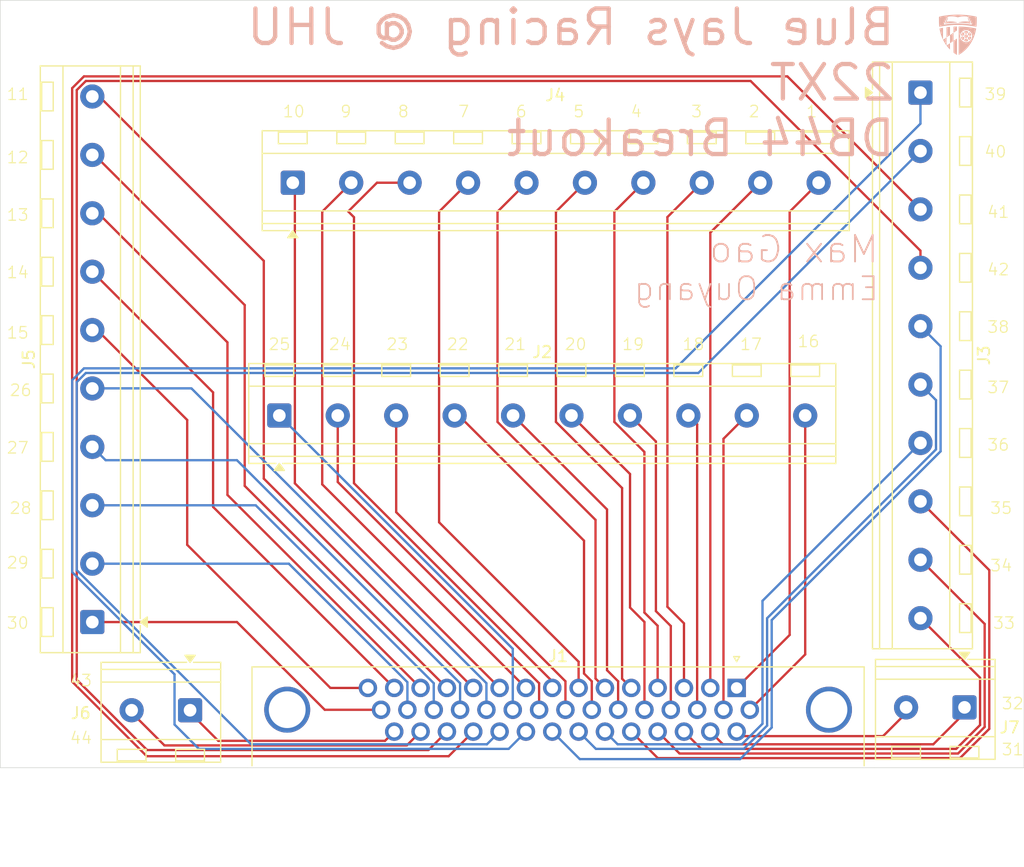
<source format=kicad_pcb>
(kicad_pcb (version 20241229) (generator "pcbnew") (generator_version "9.0")
  (layers (0 "F.Cu" signal) (2 "B.Cu" signal) (13 "F.Paste" user) (15 "B.Paste" user) (5 "F.SilkS" user "F.Silkscreen") (7 "B.SilkS" user "B.Silkscreen") (1 "F.Mask" user) (3 "B.Mask" user) (25 "Edge.Cuts" user))
  (net 0 "")
  (net 1 "Net-(J4-Pin_6)")
  (net 2 "Net-(J3-Pin_7)")
  (net 3 "Net-(J3-Pin_6)")
  (net 4 "Net-(J5-Pin_9)")
  (net 5 "Net-(J5-Pin_6)")
  (net 6 "Net-(J5-Pin_2)")
  (net 7 "Net-(J4-Pin_8)")
  (net 8 "Net-(J4-Pin_2)")
  (net 9 "Net-(J4-Pin_1)")
  (net 10 "Net-(J5-Pin_4)")
  (net 11 "Net-(J5-Pin_5)")
  (net 12 "Net-(J4-Pin_10)")
  (net 13 "Net-(J2-Pin_2)")
  (net 14 "Net-(J4-Pin_9)")
  (net 15 "Net-(J5-Pin_10)")
  (net 16 "Net-(J4-Pin_4)")
  (net 17 "Net-(J5-Pin_7)")
  (net 18 "Net-(J4-Pin_7)")
  (net 19 "Net-(J3-Pin_9)")
  (net 20 "Net-(J5-Pin_1)")
  (net 21 "Net-(J3-Pin_1)")
  (net 22 "Net-(J3-Pin_2)")
  (net 23 "Net-(J3-Pin_8)")
  (net 24 "Net-(J4-Pin_5)")
  (net 25 "Net-(J2-Pin_1)")
  (net 26 "Net-(J5-Pin_3)")
  (net 27 "Net-(J3-Pin_4)")
  (net 28 "Net-(J5-Pin_8)")
  (net 29 "Net-(J3-Pin_5)")
  (net 30 "Net-(J3-Pin_3)")
  (net 31 "Net-(J3-Pin_10)")
  (net 32 "Net-(J2-Pin_3)")
  (net 33 "Net-(J4-Pin_3)")
  (net 34 "Net-(J6-Pin_2)")
  (net 35 "Net-(J7-Pin_2)")
  (net 36 "Net-(J7-Pin_1)")
  (net 37 "Net-(J6-Pin_1)")
  (net 38 "Net-(J2-Pin_5)")
  (net 39 "Net-(J2-Pin_4)")
  (net 40 "Net-(J2-Pin_8)")
  (net 41 "Net-(J2-Pin_10)")
  (net 42 "Net-(J2-Pin_9)")
  (net 43 "Net-(J2-Pin_7)")
  (net 44 "Net-(J2-Pin_6)")
  (footprint "TerminalBlock_RND:TerminalBlock_RND_205-00232_1x02_P5.08mm_Horizontal" (layer "F.Cu") (at 108.5 107 180)
    (property "Reference" "J6" (at 9.5 -0.25 0) (layer "F.SilkS"))
    (property "Value" "Screw_Terminal_01x02")
    (pad "1" thru_hole roundrect (at 0 0 180) (size 2.1 2.1) (drill 1.1) (layers "*.Cu" "*.Mask") (roundrect_rratio 0.119048) (net 37 "Net-(J6-Pin_1)"))
    (pad "2" thru_hole circle (at 5.08 0 180) (size 2.1 2.1) (drill 1.1) (layers "*.Cu" "*.Mask") (net 34 "Net-(J6-Pin_2)"))
  )
  (footprint "TerminalBlock_RND:TerminalBlock_RND_205-00240_1x10_P5.08mm_Horizontal" (layer "F.Cu") (at 117.43 61.11)
    (property "Reference" "J4" (at 22.82 -7.61 0) (layer "F.SilkS"))
    (property "Value" "Screw_Terminal_01x10")
    (pad "1" thru_hole roundrect (at 0 0) (size 2.1 2.1) (drill 1.1) (layers "*.Cu" "*.Mask") (roundrect_rratio 0.119048) (net 9 "Net-(J4-Pin_1)"))
    (pad "2" thru_hole circle (at 5.08 0) (size 2.1 2.1) (drill 1.1) (layers "*.Cu" "*.Mask") (net 8 "Net-(J4-Pin_2)"))
    (pad "3" thru_hole circle (at 10.16 0) (size 2.1 2.1) (drill 1.1) (layers "*.Cu" "*.Mask") (net 33 "Net-(J4-Pin_3)"))
    (pad "4" thru_hole circle (at 15.24 0) (size 2.1 2.1) (drill 1.1) (layers "*.Cu" "*.Mask") (net 16 "Net-(J4-Pin_4)"))
    (pad "5" thru_hole circle (at 20.32 0) (size 2.1 2.1) (drill 1.1) (layers "*.Cu" "*.Mask") (net 24 "Net-(J4-Pin_5)"))
    (pad "6" thru_hole circle (at 25.4 0) (size 2.1 2.1) (drill 1.1) (layers "*.Cu" "*.Mask") (net 1 "Net-(J4-Pin_6)"))
    (pad "7" thru_hole circle (at 30.48 0) (size 2.1 2.1) (drill 1.1) (layers "*.Cu" "*.Mask") (net 18 "Net-(J4-Pin_7)"))
    (pad "8" thru_hole circle (at 35.56 0) (size 2.1 2.1) (drill 1.1) (layers "*.Cu" "*.Mask") (net 7 "Net-(J4-Pin_8)"))
    (pad "9" thru_hole circle (at 40.64 0) (size 2.1 2.1) (drill 1.1) (layers "*.Cu" "*.Mask") (net 14 "Net-(J4-Pin_9)"))
    (pad "10" thru_hole circle (at 45.72 0) (size 2.1 2.1) (drill 1.1) (layers "*.Cu" "*.Mask") (net 12 "Net-(J4-Pin_10)"))
  )
  (footprint "TerminalBlock_RND:TerminalBlock_RND_205-00232_1x02_P5.08mm_Horizontal" (layer "F.Cu") (at 175.83 106.75 180)
    (property "Reference" "J7" (at -3.92 -1.75 0) (layer "F.SilkS"))
    (property "Value" "Screw_Terminal_01x02" (hide yes))
    (pad "1" thru_hole roundrect (at 0 0 180) (size 2.1 2.1) (drill 1.1) (layers "*.Cu" "*.Mask") (roundrect_rratio 0.119048) (net 36 "Net-(J7-Pin_1)"))
    (pad "2" thru_hole circle (at 5.08 0 180) (size 2.1 2.1) (drill 1.1) (layers "*.Cu" "*.Mask") (net 35 "Net-(J7-Pin_2)"))
  )
  (footprint "TerminalBlock_RND:TerminalBlock_RND_205-00240_1x10_P5.08mm_Horizontal" (layer "F.Cu") (at 100 99.33 90)
    (property "Reference" "J5" (at 22.86 -5.52 90) (layer "F.SilkS"))
    (property "Value" "Screw_Terminal_01x10")
    (pad "1" thru_hole roundrect (at 0 0 90) (size 2.1 2.1) (drill 1.1) (layers "*.Cu" "*.Mask") (roundrect_rratio 0.119048) (net 20 "Net-(J5-Pin_1)"))
    (pad "2" thru_hole circle (at 5.08 0 90) (size 2.1 2.1) (drill 1.1) (layers "*.Cu" "*.Mask") (net 6 "Net-(J5-Pin_2)"))
    (pad "3" thru_hole circle (at 10.16 0 90) (size 2.1 2.1) (drill 1.1) (layers "*.Cu" "*.Mask") (net 26 "Net-(J5-Pin_3)"))
    (pad "4" thru_hole circle (at 15.24 0 90) (size 2.1 2.1) (drill 1.1) (layers "*.Cu" "*.Mask") (net 10 "Net-(J5-Pin_4)"))
    (pad "5" thru_hole circle (at 20.32 0 90) (size 2.1 2.1) (drill 1.1) (layers "*.Cu" "*.Mask") (net 11 "Net-(J5-Pin_5)"))
    (pad "6" thru_hole circle (at 25.4 0 90) (size 2.1 2.1) (drill 1.1) (layers "*.Cu" "*.Mask") (net 5 "Net-(J5-Pin_6)"))
    (pad "7" thru_hole circle (at 30.48 0 90) (size 2.1 2.1) (drill 1.1) (layers "*.Cu" "*.Mask") (net 17 "Net-(J5-Pin_7)"))
    (pad "8" thru_hole circle (at 35.56 0 90) (size 2.1 2.1) (drill 1.1) (layers "*.Cu" "*.Mask") (net 28 "Net-(J5-Pin_8)"))
    (pad "9" thru_hole circle (at 40.64 0 90) (size 2.1 2.1) (drill 1.1) (layers "*.Cu" "*.Mask") (net 4 "Net-(J5-Pin_9)"))
    (pad "10" thru_hole circle (at 45.72 0 90) (size 2.1 2.1) (drill 1.1) (layers "*.Cu" "*.Mask") (net 15 "Net-(J5-Pin_10)"))
  )
  (footprint "TerminalBlock_RND:TerminalBlock_RND_205-00240_1x10_P5.08mm_Horizontal" (layer "F.Cu") (at 172 53.27 -90)
    (property "Reference" "J3" (at 22.86 -5.52 90) (layer "F.SilkS"))
    (property "Value" "Screw_Terminal_01x10")
    (pad "1" thru_hole roundrect (at 0 0 270) (size 2.1 2.1) (drill 1.1) (layers "*.Cu" "*.Mask") (roundrect_rratio 0.119048) (net 21 "Net-(J3-Pin_1)"))
    (pad "2" thru_hole circle (at 5.08 0 270) (size 2.1 2.1) (drill 1.1) (layers "*.Cu" "*.Mask") (net 22 "Net-(J3-Pin_2)"))
    (pad "3" thru_hole circle (at 10.16 0 270) (size 2.1 2.1) (drill 1.1) (layers "*.Cu" "*.Mask") (net 30 "Net-(J3-Pin_3)"))
    (pad "4" thru_hole circle (at 15.24 0 270) (size 2.1 2.1) (drill 1.1) (layers "*.Cu" "*.Mask") (net 27 "Net-(J3-Pin_4)"))
    (pad "5" thru_hole circle (at 20.32 0 270) (size 2.1 2.1) (drill 1.1) (layers "*.Cu" "*.Mask") (net 29 "Net-(J3-Pin_5)"))
    (pad "6" thru_hole circle (at 25.4 0 270) (size 2.1 2.1) (drill 1.1) (layers "*.Cu" "*.Mask") (net 3 "Net-(J3-Pin_6)"))
    (pad "7" thru_hole circle (at 30.48 0 270) (size 2.1 2.1) (drill 1.1) (layers "*.Cu" "*.Mask") (net 2 "Net-(J3-Pin_7)"))
    (pad "8" thru_hole circle (at 35.56 0 270) (size 2.1 2.1) (drill 1.1) (layers "*.Cu" "*.Mask") (net 23 "Net-(J3-Pin_8)"))
    (pad "9" thru_hole circle (at 40.64 0 270) (size 2.1 2.1) (drill 1.1) (layers "*.Cu" "*.Mask") (net 19 "Net-(J3-Pin_9)"))
    (pad "10" thru_hole circle (at 45.72 0 270) (size 2.1 2.1) (drill 1.1) (layers "*.Cu" "*.Mask") (net 31 "Net-(J3-Pin_10)"))
  )
  (footprint "Connector_Dsub:DSUB-44-HD_Socket_Horizontal_P2.29x1.90mm_EdgePinOffset3.03mm_Housed_MountingHolesOffset4.94mm" (layer "F.Cu") (at 156.02 105.06)
    (property "Reference" "J1" (at -15.525 -2.77 0) (layer "F.SilkS"))
    (property "Value" "DB44_Female")
    (pad "0" thru_hole circle (at -39.075 1.89) (size 4 4) (drill 3.2) (layers "*.Cu" "*.Mask"))
    (pad "0" thru_hole circle (at 8.025 1.89) (size 4 4) (drill 3.2) (layers "*.Cu" "*.Mask"))
    (pad "1" thru_hole rect (at 0 0) (size 1.6 1.6) (drill 1) (layers "*.Cu" "*.Mask") (net 12 "Net-(J4-Pin_10)"))
    (pad "2" thru_hole circle (at -2.29 0) (size 1.6 1.6) (drill 1) (layers "*.Cu" "*.Mask") (net 14 "Net-(J4-Pin_9)"))
    (pad "3" thru_hole circle (at -4.58 0) (size 1.6 1.6) (drill 1) (layers "*.Cu" "*.Mask") (net 7 "Net-(J4-Pin_8)"))
    (pad "4" thru_hole circle (at -6.87 0) (size 1.6 1.6) (drill 1) (layers "*.Cu" "*.Mask") (net 18 "Net-(J4-Pin_7)"))
    (pad "5" thru_hole circle (at -9.16 0) (size 1.6 1.6) (drill 1) (layers "*.Cu" "*.Mask") (net 1 "Net-(J4-Pin_6)"))
    (pad "6" thru_hole circle (at -11.45 0) (size 1.6 1.6) (drill 1) (layers "*.Cu" "*.Mask") (net 24 "Net-(J4-Pin_5)"))
    (pad "7" thru_hole circle (at -13.74 0) (size 1.6 1.6) (drill 1) (layers "*.Cu" "*.Mask") (net 16 "Net-(J4-Pin_4)"))
    (pad "8" thru_hole circle (at -16.03 0) (size 1.6 1.6) (drill 1) (layers "*.Cu" "*.Mask") (net 33 "Net-(J4-Pin_3)"))
    (pad "9" thru_hole circle (at -18.32 0) (size 1.6 1.6) (drill 1) (layers "*.Cu" "*.Mask") (net 8 "Net-(J4-Pin_2)"))
    (pad "10" thru_hole circle (at -20.61 0) (size 1.6 1.6) (drill 1) (layers "*.Cu" "*.Mask") (net 9 "Net-(J4-Pin_1)"))
    (pad "11" thru_hole circle (at -22.9 0) (size 1.6 1.6) (drill 1) (layers "*.Cu" "*.Mask") (net 15 "Net-(J5-Pin_10)"))
    (pad "12" thru_hole circle (at -25.19 0) (size 1.6 1.6) (drill 1) (layers "*.Cu" "*.Mask") (net 4 "Net-(J5-Pin_9)"))
    (pad "13" thru_hole circle (at -27.48 0) (size 1.6 1.6) (drill 1) (layers "*.Cu" "*.Mask") (net 28 "Net-(J5-Pin_8)"))
    (pad "14" thru_hole circle (at -29.77 0) (size 1.6 1.6) (drill 1) (layers "*.Cu" "*.Mask") (net 17 "Net-(J5-Pin_7)"))
    (pad "15" thru_hole circle (at -32.06 0) (size 1.6 1.6) (drill 1) (layers "*.Cu" "*.Mask") (net 5 "Net-(J5-Pin_6)"))
    (pad "16" thru_hole circle (at 1.145 1.9) (size 1.6 1.6) (drill 1) (layers "*.Cu" "*.Mask") (net 41 "Net-(J2-Pin_10)"))
    (pad "17" thru_hole circle (at -1.145 1.9) (size 1.6 1.6) (drill 1) (layers "*.Cu" "*.Mask") (net 42 "Net-(J2-Pin_9)"))
    (pad "18" thru_hole circle (at -3.435 1.9) (size 1.6 1.6) (drill 1) (layers "*.Cu" "*.Mask") (net 40 "Net-(J2-Pin_8)"))
    (pad "19" thru_hole circle (at -5.725 1.9) (size 1.6 1.6) (drill 1) (layers "*.Cu" "*.Mask") (net 43 "Net-(J2-Pin_7)"))
    (pad "20" thru_hole circle (at -8.015 1.9) (size 1.6 1.6) (drill 1) (layers "*.Cu" "*.Mask") (net 44 "Net-(J2-Pin_6)"))
    (pad "21" thru_hole circle (at -10.305 1.9) (size 1.6 1.6) (drill 1) (layers "*.Cu" "*.Mask") (net 38 "Net-(J2-Pin_5)"))
    (pad "22" thru_hole circle (at -12.595 1.9) (size 1.6 1.6) (drill 1) (layers "*.Cu" "*.Mask") (net 39 "Net-(J2-Pin_4)"))
    (pad "23" thru_hole circle (at -14.885 1.9) (size 1.6 1.6) (drill 1) (layers "*.Cu" "*.Mask") (net 32 "Net-(J2-Pin_3)"))
    (pad "24" thru_hole circle (at -17.175 1.9) (size 1.6 1.6) (drill 1) (layers "*.Cu" "*.Mask") (net 13 "Net-(J2-Pin_2)"))
    (pad "25" thru_hole circle (at -19.465 1.9) (size 1.6 1.6) (drill 1) (layers "*.Cu" "*.Mask") (net 25 "Net-(J2-Pin_1)"))
    (pad "26" thru_hole circle (at -21.755 1.9) (size 1.6 1.6) (drill 1) (layers "*.Cu" "*.Mask") (net 11 "Net-(J5-Pin_5)"))
    (pad "27" thru_hole circle (at -24.045 1.9) (size 1.6 1.6) (drill 1) (layers "*.Cu" "*.Mask") (net 10 "Net-(J5-Pin_4)"))
    (pad "28" thru_hole circle (at -26.335 1.9) (size 1.6 1.6) (drill 1) (layers "*.Cu" "*.Mask") (net 26 "Net-(J5-Pin_3)"))
    (pad "29" thru_hole circle (at -28.625 1.9) (size 1.6 1.6) (drill 1) (layers "*.Cu" "*.Mask") (net 6 "Net-(J5-Pin_2)"))
    (pad "30" thru_hole circle (at -30.915 1.9) (size 1.6 1.6) (drill 1) (layers "*.Cu" "*.Mask") (net 20 "Net-(J5-Pin_1)"))
    (pad "31" thru_hole circle (at 0 3.8) (size 1.6 1.6) (drill 1) (layers "*.Cu" "*.Mask") (net 35 "Net-(J7-Pin_2)"))
    (pad "32" thru_hole circle (at -2.29 3.8) (size 1.6 1.6) (drill 1) (layers "*.Cu" "*.Mask") (net 36 "Net-(J7-Pin_1)"))
    (pad "33" thru_hole circle (at -4.58 3.8) (size 1.6 1.6) (drill 1) (layers "*.Cu" "*.Mask") (net 31 "Net-(J3-Pin_10)"))
    (pad "34" thru_hole circle (at -6.87 3.8) (size 1.6 1.6) (drill 1) (layers "*.Cu" "*.Mask") (net 19 "Net-(J3-Pin_9)"))
    (pad "35" thru_hole circle (at -9.16 3.8) (size 1.6 1.6) (drill 1) (layers "*.Cu" "*.Mask") (net 23 "Net-(J3-Pin_8)"))
    (pad "36" thru_hole circle (at -11.45 3.8) (size 1.6 1.6) (drill 1) (layers "*.Cu" "*.Mask") (net 2 "Net-(J3-Pin_7)"))
    (pad "37" thru_hole circle (at -13.74 3.8) (size 1.6 1.6) (drill 1) (layers "*.Cu" "*.Mask") (net 3 "Net-(J3-Pin_6)"))
    (pad "38" thru_hole circle (at -16.03 3.8) (size 1.6 1.6) (drill 1) (layers "*.Cu" "*.Mask") (net 29 "Net-(J3-Pin_5)"))
    (pad "39" thru_hole circle (at -18.32 3.8) (size 1.6 1.6) (drill 1) (layers "*.Cu" "*.Mask") (net 21 "Net-(J3-Pin_1)"))
    (pad "40" thru_hole circle (at -20.61 3.8) (size 1.6 1.6) (drill 1) (layers "*.Cu" "*.Mask") (net 22 "Net-(J3-Pin_2)"))
    (pad "41" thru_hole circle (at -22.9 3.8) (size 1.6 1.6) (drill 1) (layers "*.Cu" "*.Mask") (net 30 "Net-(J3-Pin_3)"))
    (pad "42" thru_hole circle (at -25.19 3.8) (size 1.6 1.6) (drill 1) (layers "*.Cu" "*.Mask") (net 27 "Net-(J3-Pin_4)"))
    (pad "43" thru_hole circle (at -27.48 3.8) (size 1.6 1.6) (drill 1) (layers "*.Cu" "*.Mask") (net 34 "Net-(J6-Pin_2)"))
    (pad "44" thru_hole circle (at -29.77 3.8) (size 1.6 1.6) (drill 1) (layers "*.Cu" "*.Mask") (net 37 "Net-(J6-Pin_1)"))
  )
  (footprint "TerminalBlock_RND:TerminalBlock_RND_205-00240_1x10_P5.08mm_Horizontal" (layer "F.Cu") (at 116.26 81.36)
    (property "Reference" "J2" (at 22.86 -5.52 0) (layer "F.SilkS"))
    (property "Value" "Screw_Terminal_01x10 (5.08 mm pitch)")
    (pad "1" thru_hole roundrect (at 0 0) (size 2.1 2.1) (drill 1.1) (layers "*.Cu" "*.Mask") (roundrect_rratio 0.119048) (net 25 "Net-(J2-Pin_1)"))
    (pad "2" thru_hole circle (at 5.08 0) (size 2.1 2.1) (drill 1.1) (layers "*.Cu" "*.Mask") (net 13 "Net-(J2-Pin_2)"))
    (pad "3" thru_hole circle (at 10.16 0) (size 2.1 2.1) (drill 1.1) (layers "*.Cu" "*.Mask") (net 32 "Net-(J2-Pin_3)"))
    (pad "4" thru_hole circle (at 15.24 0) (size 2.1 2.1) (drill 1.1) (layers "*.Cu" "*.Mask") (net 39 "Net-(J2-Pin_4)"))
    (pad "5" thru_hole circle (at 20.32 0) (size 2.1 2.1) (drill 1.1) (layers "*.Cu" "*.Mask") (net 38 "Net-(J2-Pin_5)"))
    (pad "6" thru_hole circle (at 25.4 0) (size 2.1 2.1) (drill 1.1) (layers "*.Cu" "*.Mask") (net 44 "Net-(J2-Pin_6)"))
    (pad "7" thru_hole circle (at 30.48 0) (size 2.1 2.1) (drill 1.1) (layers "*.Cu" "*.Mask") (net 43 "Net-(J2-Pin_7)"))
    (pad "8" thru_hole circle (at 35.56 0) (size 2.1 2.1) (drill 1.1) (layers "*.Cu" "*.Mask") (net 40 "Net-(J2-Pin_8)"))
    (pad "9" thru_hole circle (at 40.64 0) (size 2.1 2.1) (drill 1.1) (layers "*.Cu" "*.Mask") (net 42 "Net-(J2-Pin_9)"))
    (pad "10" thru_hole circle (at 45.72 0) (size 2.1 2.1) (drill 1.1) (layers "*.Cu" "*.Mask") (net 41 "Net-(J2-Pin_10)"))
  )
  (footprint "22xt_flashMem:BJR_LOGO" (layer "B.Cu") (at 175.25 48.25 180)
    (property "Reference" "G***" (hide yes))
    (property "Value" "BJR_LOGO" (hide yes))
  )
  (gr_line (start 181 112) (end 181 45.25) (stroke (width 0.05)) (layer "Edge.Cuts"))
  (gr_line (start 92 112) (end 113.5 112) (stroke (width 0.05)) (layer "Edge.Cuts"))
  (gr_line (start 168 112) (end 113.5 112) (stroke (width 0.05)) (layer "Edge.Cuts"))
  (gr_line (start 181 45.25) (end 92 45.25) (stroke (width 0.05)) (layer "Edge.Cuts"))
  (gr_line (start 168 112) (end 181 112) (stroke (width 0.05)) (layer "Edge.Cuts"))
  (gr_line (start 92 45.25) (end 92 112) (stroke (width 0.05)) (layer "Edge.Cuts"))
  (gr_text "35" (at 178 90 0) (layer "F.SilkS") (effects (font (size 1 1) (thickness 0.1)) (justify left bottom)))
  (gr_text "20" (at 141 75.75 0) (layer "F.SilkS") (effects (font (size 1 1) (thickness 0.1)) (justify left bottom)))
  (gr_text "9" (at 121.5 55.5 0) (layer "F.SilkS") (effects (font (size 1 1) (thickness 0.1)) (justify left bottom)))
  (gr_text "30" (at 92.5 100 0) (layer "F.SilkS") (effects (font (size 1 1) (thickness 0.1)) (justify left bottom)))
  (gr_text "32" (at 179 107 0) (layer "F.SilkS") (effects (font (size 1 1) (thickness 0.1)) (justify left bottom)))
  (gr_text "25" (at 115.25 75.75 0) (layer "F.SilkS") (effects (font (size 1 1) (thickness 0.1)) (justify left bottom)))
  (gr_text "34" (at 178 95 0) (layer "F.SilkS") (effects (font (size 1 1) (thickness 0.1)) (justify left bottom)))
  (gr_text "21" (at 135.75 75.75 0) (layer "F.SilkS") (effects (font (size 1 1) (thickness 0.1)) (justify left bottom)))
  (gr_text "33" (at 178.25 100 0) (layer "F.SilkS") (effects (font (size 1 1) (thickness 0.1)) (justify left bottom)))
  (gr_text "17" (at 156.25 75.75 0) (layer "F.SilkS") (effects (font (size 1 1) (thickness 0.1)) (justify left bottom)))
  (gr_text "22" (at 130.75 75.75 0) (layer "F.SilkS") (effects (font (size 1 1) (thickness 0.1)) (justify left bottom)))
  (gr_text "37" (at 177.75 79.5 0) (layer "F.SilkS") (effects (font (size 1 1) (thickness 0.1)) (justify left bottom)))
  (gr_text "11" (at 92.5 54 0) (layer "F.SilkS") (effects (font (size 1 1) (thickness 0.1)) (justify left bottom)))
  (gr_text "16" (at 161.25 75.5 0) (layer "F.SilkS") (effects (font (size 1 1) (thickness 0.1)) (justify left bottom)))
  (gr_text "29" (at 92.5 94.75 0) (layer "F.SilkS") (effects (font (size 1 1) (thickness 0.1)) (justify left bottom)))
  (gr_text "26" (at 92.75 79.75 0) (layer "F.SilkS") (effects (font (size 1 1) (thickness 0.1)) (justify left bottom)))
  (gr_text "3" (at 152 55.5 0) (layer "F.SilkS") (effects (font (size 1 1) (thickness 0.1)) (justify left bottom)))
  (gr_text "13" (at 92.5 64.5 0) (layer "F.SilkS") (effects (font (size 1 1) (thickness 0.1)) (justify left bottom)))
  (gr_text "14" (at 92.5 69.5 0) (layer "F.SilkS") (effects (font (size 1 1) (thickness 0.1)) (justify left bottom)))
  (gr_text "44" (at 98 110 0) (layer "F.SilkS") (effects (font (size 1 1) (thickness 0.1)) (justify left bottom)))
  (gr_text "36" (at 177.75 84.5 0) (layer "F.SilkS") (effects (font (size 1 1) (thickness 0.1)) (justify left bottom)))
  (gr_text "15" (at 92.5 74.75 0) (layer "F.SilkS") (effects (font (size 1 1) (thickness 0.1)) (justify left bottom)))
  (gr_text "24" (at 120.5 75.75 0) (layer "F.SilkS") (effects (font (size 1 1) (thickness 0.1)) (justify left bottom)))
  (gr_text "38" (at 177.75 74.25 0) (layer "F.SilkS") (effects (font (size 1 1) (thickness 0.1)) (justify left bottom)))
  (gr_text "10" (at 116.5 55.5 0) (layer "F.SilkS") (effects (font (size 1 1) (thickness 0.1)) (justify left bottom)))
  (gr_text "4" (at 146.75 55.5 0) (layer "F.SilkS") (effects (font (size 1 1) (thickness 0.1)) (justify left bottom)))
  (gr_text "42" (at 177.75 69.25 0) (layer "F.SilkS") (effects (font (size 1 1) (thickness 0.1)) (justify left bottom)))
  (gr_text "18" (at 151.25 75.75 0) (layer "F.SilkS") (effects (font (size 1 1) (thickness 0.1)) (justify left bottom)))
  (gr_text "39" (at 177.5 54 0) (layer "F.SilkS") (effects (font (size 1 1) (thickness 0.1)) (justify left bottom)))
  (gr_text "23" (at 125.5 75.75 0) (layer "F.SilkS") (effects (font (size 1 1) (thickness 0.1)) (justify left bottom)))
  (gr_text "27" (at 92.5 84.75 0) (layer "F.SilkS") (effects (font (size 1 1) (thickness 0.1)) (justify left bottom)))
  (gr_text "8" (at 126.5 55.5 0) (layer "F.SilkS") (effects (font (size 1 1) (thickness 0.1)) (justify left bottom)))
  (gr_text "5" (at 141.75 55.5 0) (layer "F.SilkS") (effects (font (size 1 1) (thickness 0.1)) (justify left bottom)))
  (gr_text "28" (at 92.75 90 0) (layer "F.SilkS") (effects (font (size 1 1) (thickness 0.1)) (justify left bottom)))
  (gr_text "6" (at 136.75 55.5 0) (layer "F.SilkS") (effects (font (size 1 1) (thickness 0.1)) (justify left bottom)))
  (gr_text "2" (at 157 55.5 0) (layer "F.SilkS") (effects (font (size 1 1) (thickness 0.1)) (justify left bottom)))
  (gr_text "43" (at 98 105 0) (layer "F.SilkS") (effects (font (size 1 1) (thickness 0.1)) (justify left bottom)))
  (gr_text "1" (at 162 55.5 0) (layer "F.SilkS") (effects (font (size 1 1) (thickness 0.1)) (justify left bottom)))
  (gr_text "7" (at 131.75 55.5 0) (layer "F.SilkS") (effects (font (size 1 1) (thickness 0.1)) (justify left bottom)))
  (gr_text "12" (at 92.5 59.5 0) (layer "F.SilkS") (effects (font (size 1 1) (thickness 0.1)) (justify left bottom)))
  (gr_text "31" (at 179 111 0) (layer "F.SilkS") (effects (font (size 1 1) (thickness 0.1)) (justify left bottom)))
  (gr_text "19\n" (at 146 75.75 0) (layer "F.SilkS") (effects (font (size 1 1) (thickness 0.1)) (justify left bottom)))
  (gr_text "41" (at 177.75 64.25 0) (layer "F.SilkS") (effects (font (size 1 1) (thickness 0.1)) (justify left bottom)))
  (gr_text "40" (at 177.5 59 0) (layer "F.SilkS") (effects (font (size 1 1) (thickness 0.1)) (justify left bottom)))
  (gr_text "Emma Ouyang" (at 168.5 71.5 0) (layer "B.SilkS") (effects (font (size 2 2)) (justify left bottom mirror)))
  (gr_text "Max Gao\n" (at 168.5 68.25 0) (layer "B.SilkS") (effects (font (size 2.3 2.3) (thickness 0.1625)) (justify left bottom mirror)))
  (gr_text "Blue Jays Racing @ JHU\n22XT\nDB44 Breakout" (at 170 59 0) (layer "B.SilkS") (effects (font (size 3 3) (thickness 0.375)) (justify left bottom mirror)))
  (segment (start 146.86 105.06) (end 146.060001 104.260001) (width 0.2) (layer "F.Cu") (net 1))
  (segment (start 140.309 63.631) (end 142.83 61.11) (width 0.2) (layer "F.Cu") (net 1))
  (segment (start 140.309 81.919603) (end 140.309 63.631) (width 0.2) (layer "F.Cu") (net 1))
  (segment (start 146.060001 104.260001) (end 146.060001 87.670604) (width 0.2) (layer "F.Cu") (net 1))
  (segment (start 146.060001 87.670604) (end 140.309 81.919603) (width 0.2) (layer "F.Cu") (net 1))
  (segment (start 158.266 108.17105) (end 156.47605 109.961) (width 0.2) (layer "B.Cu") (net 2))
  (segment (start 156.47605 109.961) (end 145.671 109.961) (width 0.2) (layer "B.Cu") (net 2))
  (segment (start 145.671 109.961) (end 144.57 108.86) (width 0.2) (layer "B.Cu") (net 2))
  (segment (start 172 83.75) (end 158.266 97.484) (width 0.2) (layer "B.Cu") (net 2))
  (segment (start 158.266 97.484) (end 158.266 108.17105) (width 0.2) (layer "B.Cu") (net 2))
  (segment (start 156.64215 110.362) (end 143.782 110.362) (width 0.2) (layer "B.Cu") (net 3))
  (segment (start 173.351 80.021) (end 173.351 84.309603) (width 0.2) (layer "B.Cu") (net 3))
  (segment (start 173.351 84.309603) (end 158.667 98.993603) (width 0.2) (layer "B.Cu") (net 3))
  (segment (start 158.667 98.993603) (end 158.667 108.33715) (width 0.2) (layer "B.Cu") (net 3))
  (segment (start 172 78.67) (end 173.351 80.021) (width 0.2) (layer "B.Cu") (net 3))
  (segment (start 158.667 108.33715) (end 156.64215 110.362) (width 0.2) (layer "B.Cu") (net 3))
  (segment (start 143.782 110.362) (end 142.28 108.86) (width 0.2) (layer "B.Cu") (net 3))
  (segment (start 113.25 71.75) (end 113.25 87.48) (width 0.2) (layer "F.Cu") (net 4))
  (segment (start 100.19 58.69) (end 113.25 71.75) (width 0.2) (layer "F.Cu") (net 4))
  (segment (start 100 58.69) (end 100.19 58.69) (width 0.2) (layer "F.Cu") (net 4))
  (segment (start 113.25 87.48) (end 130.83 105.06) (width 0.2) (layer "F.Cu") (net 4))
  (segment (start 123.96 105.06) (end 120.7 105.06) (width 0.2) (layer "F.Cu") (net 5))
  (segment (start 120.7 105.06) (end 108.25 92.61) (width 0.2) (layer "F.Cu") (net 5))
  (segment (start 108.25 81.75) (end 100.43 73.93) (width 0.2) (layer "F.Cu") (net 5))
  (segment (start 100.43 73.93) (end 100 73.93) (width 0.2) (layer "F.Cu") (net 5))
  (segment (start 108.25 92.61) (end 108.25 81.75) (width 0.2) (layer "F.Cu") (net 5))
  (segment (start 100 94.25) (end 117.08505 94.25) (width 0.2) (layer "B.Cu") (net 6))
  (segment (start 127.395 104.55995) (end 127.395 106.96) (width 0.2) (layer "B.Cu") (net 6))
  (segment (start 117.08505 94.25) (end 127.395 104.55995) (width 0.2) (layer "B.Cu") (net 6))
  (segment (start 152.99 61.11) (end 150 64.1) (width 0.2) (layer "F.Cu") (net 7))
  (segment (start 151.44 99.44) (end 151.44 105.06) (width 0.2) (layer "F.Cu") (net 7))
  (segment (start 150 64.1) (end 150 98) (width 0.2) (layer "F.Cu") (net 7))
  (segment (start 150 98) (end 151.44 99.44) (width 0.2) (layer "F.Cu") (net 7))
  (segment (start 119.989 87.349) (end 137.7 105.06) (width 0.2) (layer "F.Cu") (net 8))
  (segment (start 122.51 61.11) (end 119.989 63.631) (width 0.2) (layer "F.Cu") (net 8))
  (segment (start 119.989 63.631) (end 119.989 87.349) (width 0.2) (layer "F.Cu") (net 8))
  (segment (start 117.611 87.261) (end 135.41 105.06) (width 0.2) (layer "F.Cu") (net 9))
  (segment (start 117.611 61.291) (end 117.611 87.261) (width 0.2) (layer "F.Cu") (net 9))
  (segment (start 117.43 61.11) (end 117.611 61.291) (width 0.2) (layer "F.Cu") (net 9))
  (segment (start 100 84.09) (end 101.16 85.25) (width 0.2) (layer "B.Cu") (net 10))
  (segment (start 131.975 104.64795) (end 131.975 106.96) (width 0.2) (layer "B.Cu") (net 10))
  (segment (start 112.57705 85.25) (end 131.975 104.64795) (width 0.2) (layer "B.Cu") (net 10))
  (segment (start 101.16 85.25) (end 112.57705 85.25) (width 0.2) (layer "B.Cu") (net 10))
  (segment (start 108.61705 79) (end 134.265 104.64795) (width 0.2) (layer "B.Cu") (net 11))
  (segment (start 100.01 79) (end 108.61705 79) (width 0.2) (layer "B.Cu") (net 11))
  (segment (start 100 79.01) (end 100.01 79) (width 0.2) (layer "B.Cu") (net 11))
  (segment (start 134.265 104.64795) (end 134.265 106.96) (width 0.2) (layer "B.Cu") (net 11))
  (segment (start 163.15 61.11) (end 160.629 63.631) (width 0.2) (layer "F.Cu") (net 12))
  (segment (start 160.629 63.631) (end 160.629 100.451) (width 0.2) (layer "F.Cu") (net 12))
  (segment (start 160.629 100.451) (end 156.02 105.06) (width 0.2) (layer "F.Cu") (net 12))
  (segment (start 121.34 87.14295) (end 121.34 81.36) (width 0.2) (layer "F.Cu") (net 13))
  (segment (start 138.845 106.96) (end 138.845 104.64795) (width 0.2) (layer "F.Cu") (net 13))
  (segment (start 138.845 104.64795) (end 121.34 87.14295) (width 0.2) (layer "F.Cu") (net 13))
  (segment (start 153.73 65.45) (end 153.73 105.06) (width 0.2) (layer "F.Cu") (net 14))
  (segment (start 158.07 61.11) (end 153.73 65.45) (width 0.2) (layer "F.Cu") (net 14))
  (segment (start 133.12 105.06) (end 114.909 86.849) (width 0.2) (layer "F.Cu") (net 15))
  (segment (start 114.909 67.909) (end 100.61 53.61) (width 0.2) (layer "F.Cu") (net 15))
  (segment (start 114.909 86.849) (end 114.909 67.909) (width 0.2) (layer "F.Cu") (net 15))
  (segment (start 100.61 53.61) (end 100 53.61) (width 0.2) (layer "F.Cu") (net 15))
  (segment (start 130.149 63.631) (end 132.67 61.11) (width 0.2) (layer "F.Cu") (net 16))
  (segment (start 142.28 105.06) (end 142.28 102.78) (width 0.2) (layer "F.Cu") (net 16))
  (segment (start 130.149 90.649) (end 130.149 63.631) (width 0.2) (layer "F.Cu") (net 16))
  (segment (start 142.28 102.78) (end 130.149 90.649) (width 0.2) (layer "F.Cu") (net 16))
  (segment (start 110.5 79.35) (end 100 68.85) (width 0.2) (layer "F.Cu") (net 17))
  (segment (start 126.25 105.06) (end 110.5 89.31) (width 0.2) (layer "F.Cu") (net 17))
  (segment (start 110.5 89.31) (end 110.5 79.35) (width 0.2) (layer "F.Cu") (net 17))
  (segment (start 149.15 105.06) (end 149.15 99.65) (width 0.2) (layer "F.Cu") (net 18))
  (segment (start 145.389 81.919603) (end 145.389 63.631) (width 0.2) (layer "F.Cu") (net 18))
  (segment (start 148 84.530603) (end 145.389 81.919603) (width 0.2) (layer "F.Cu") (net 18))
  (segment (start 149.15 99.65) (end 148 98.5) (width 0.2) (layer "F.Cu") (net 18))
  (segment (start 145.389 63.631) (end 147.91 61.11) (width 0.2) (layer "F.Cu") (net 18))
  (segment (start 148 98.5) (end 148 84.530603) (width 0.2) (layer "F.Cu") (net 18))
  (segment (start 177.582 108.45126) (end 175.27026 110.763) (width 0.2) (layer "F.Cu") (net 19))
  (segment (start 172 93.91) (end 177.582 99.492) (width 0.2) (layer "F.Cu") (net 19))
  (segment (start 177.582 99.492) (end 177.582 108.45126) (width 0.2) (layer "F.Cu") (net 19))
  (segment (start 175.27026 110.763) (end 151.053 110.763) (width 0.2) (layer "F.Cu") (net 19))
  (segment (start 151.053 110.763) (end 149.15 108.86) (width 0.2) (layer "F.Cu") (net 19))
  (segment (start 112.579106 99.33) (end 120.209106 106.96) (width 0.2) (layer "F.Cu") (net 20))
  (segment (start 120.209106 106.96) (end 125.105 106.96) (width 0.2) (layer "F.Cu") (net 20))
  (segment (start 100 99.33) (end 112.579106 99.33) (width 0.2) (layer "F.Cu") (net 20))
  (segment (start 98.248 78.284297) (end 98.248 94.975703) (width 0.2) (layer "B.Cu") (net 21))
  (segment (start 109.26834 110.362) (end 136.198 110.362) (width 0.2) (layer "B.Cu") (net 21))
  (segment (start 172 53.27) (end 172 55.972) (width 0.2) (layer "B.Cu") (net 21))
  (segment (start 99.274297 77.258) (end 98.248 78.284297) (width 0.2) (layer "B.Cu") (net 21))
  (segment (start 172 55.972) (end 150.714 77.258) (width 0.2) (layer "B.Cu") (net 21))
  (segment (start 136.198 110.362) (end 137.7 108.86) (width 0.2) (layer "B.Cu") (net 21))
  (segment (start 107.149 103.876703) (end 107.149 108.24266) (width 0.2) (layer "B.Cu") (net 21))
  (segment (start 98.248 94.975703) (end 107.149 103.876703) (width 0.2) (layer "B.Cu") (net 21))
  (segment (start 150.714 77.258) (end 99.274297 77.258) (width 0.2) (layer "B.Cu") (net 21))
  (segment (start 107.149 108.24266) (end 109.26834 110.362) (width 0.2) (layer "B.Cu") (net 21))
  (segment (start 98.649 78.450397) (end 98.649 94.809603) (width 0.2) (layer "B.Cu") (net 22))
  (segment (start 152.691 77.659) (end 99.440397 77.659) (width 0.2) (layer "B.Cu") (net 22))
  (segment (start 99.440397 77.659) (end 98.649 78.450397) (width 0.2) (layer "B.Cu") (net 22))
  (segment (start 172 58.35) (end 152.691 77.659) (width 0.2) (layer "B.Cu") (net 22))
  (segment (start 98.649 94.809603) (end 113.800397 109.961) (width 0.2) (layer "B.Cu") (net 22))
  (segment (start 113.800397 109.961) (end 134.309 109.961) (width 0.2) (layer "B.Cu") (net 22))
  (segment (start 134.309 109.961) (end 135.41 108.86) (width 0.2) (layer "B.Cu") (net 22))
  (segment (start 177.983 94.813) (end 177.983 108.61736) (width 0.2) (layer "F.Cu") (net 23))
  (segment (start 172 88.83) (end 177.983 94.813) (width 0.2) (layer "F.Cu") (net 23))
  (segment (start 149.164 111.164) (end 146.86 108.86) (width 0.2) (layer "F.Cu") (net 23))
  (segment (start 175.43636 111.164) (end 149.164 111.164) (width 0.2) (layer "F.Cu") (net 23))
  (segment (start 177.983 108.61736) (end 175.43636 111.164) (width 0.2) (layer "F.Cu") (net 23))
  (segment (start 144.57 105.06) (end 143.75 104.24) (width 0.2) (layer "F.Cu") (net 24))
  (segment (start 143.75 104.24) (end 143.75 90.440603) (width 0.2) (layer "F.Cu") (net 24))
  (segment (start 135.229 63.631) (end 137.75 61.11) (width 0.2) (layer "F.Cu") (net 24))
  (segment (start 143.75 90.440603) (end 135.229 81.919603) (width 0.2) (layer "F.Cu") (net 24))
  (segment (start 135.229 81.919603) (end 135.229 63.631) (width 0.2) (layer "F.Cu") (net 24))
  (segment (start 136.555 106.96) (end 136.555 101.655) (width 0.2) (layer "B.Cu") (net 25))
  (segment (start 136.555 101.655) (end 116.26 81.36) (width 0.2) (layer "B.Cu") (net 25))
  (segment (start 114.20705 89.17) (end 100 89.17) (width 0.2) (layer "B.Cu") (net 26))
  (segment (start 129.685 104.64795) (end 114.20705 89.17) (width 0.2) (layer "B.Cu") (net 26))
  (segment (start 129.685 106.96) (end 129.685 104.64795) (width 0.2) (layer "B.Cu") (net 26))
  (segment (start 129.228001 110.461999) (end 130.83 108.86) (width 0.2) (layer "F.Cu") (net 27))
  (segment (start 172 68.51) (end 172 67.025076) (width 0.2) (layer "F.Cu") (net 27))
  (segment (start 172 67.025076) (end 157.233924 52.259) (width 0.2) (layer "F.Cu") (net 27))
  (segment (start 99.440397 52.259) (end 98.649 53.050397) (width 0.2) (layer "F.Cu") (net 27))
  (segment (start 157.233924 52.259) (end 99.440397 52.259) (width 0.2) (layer "F.Cu") (net 27))
  (segment (start 98.649 53.050397) (end 98.649 104.347103) (width 0.2) (layer "F.Cu") (net 27))
  (segment (start 98.649 104.347103) (end 104.763896 110.461999) (width 0.2) (layer "F.Cu") (net 27))
  (segment (start 104.763896 110.461999) (end 129.228001 110.461999) (width 0.2) (layer "F.Cu") (net 27))
  (segment (start 128.54 105.06) (end 111.75 88.27) (width 0.2) (layer "F.Cu") (net 28))
  (segment (start 100.52 63.77) (end 100 63.77) (width 0.2) (layer "F.Cu") (net 28))
  (segment (start 111.75 88.27) (end 111.75 75) (width 0.2) (layer "F.Cu") (net 28))
  (segment (start 111.75 75) (end 100.52 63.77) (width 0.2) (layer "F.Cu") (net 28))
  (segment (start 173.752 75.342) (end 173.752 84.475703) (width 0.2) (layer "B.Cu") (net 29))
  (segment (start 173.752 84.475703) (end 159.068 99.159703) (width 0.2) (layer "B.Cu") (net 29))
  (segment (start 156.32125 111.25) (end 142.38 111.25) (width 0.2) (layer "B.Cu") (net 29))
  (segment (start 172 73.59) (end 173.752 75.342) (width 0.2) (layer "B.Cu") (net 29))
  (segment (start 159.068 108.50325) (end 156.32125 111.25) (width 0.2) (layer "B.Cu") (net 29))
  (segment (start 142.38 111.25) (end 139.99 108.86) (width 0.2) (layer "B.Cu") (net 29))
  (segment (start 159.068 99.159703) (end 159.068 108.50325) (width 0.2) (layer "B.Cu") (net 29))
  (segment (start 130.98 111) (end 133.12 108.86) (width 0.2) (layer "F.Cu") (net 30))
  (segment (start 104.734797 111) (end 130.98 111) (width 0.2) (layer "F.Cu") (net 30))
  (segment (start 98.248 52.884297) (end 98.248 104.513203) (width 0.2) (layer "F.Cu") (net 30))
  (segment (start 99.274297 51.858) (end 98.248 52.884297) (width 0.2) (layer "F.Cu") (net 30))
  (segment (start 98.248 104.513203) (end 104.734797 111) (width 0.2) (layer "F.Cu") (net 30))
  (segment (start 160.428 51.858) (end 99.274297 51.858) (width 0.2) (layer "F.Cu") (net 30))
  (segment (start 172 63.43) (end 160.428 51.858) (width 0.2) (layer "F.Cu") (net 30))
  (segment (start 177.181 104.171) (end 177.181 108.28516) (width 0.2) (layer "F.Cu") (net 31))
  (segment (start 177.181 108.28516) (end 175.10416 110.362) (width 0.2) (layer "F.Cu") (net 31))
  (segment (start 175.10416 110.362) (end 152.942 110.362) (width 0.2) (layer "F.Cu") (net 31))
  (segment (start 172 98.99) (end 177.181 104.171) (width 0.2) (layer "F.Cu") (net 31))
  (segment (start 152.942 110.362) (end 151.44 108.86) (width 0.2) (layer "F.Cu") (net 31))
  (segment (start 126.42 89.7671) (end 126.42 81.36) (width 0.2) (layer "F.Cu") (net 32))
  (segment (start 141.135 104.4821) (end 126.42 89.7671) (width 0.2) (layer "F.Cu") (net 32))
  (segment (start 141.135 106.96) (end 141.135 104.4821) (width 0.2) (layer "F.Cu") (net 32))
  (segment (start 122.75 87.25) (end 139.99 104.49) (width 0.2) (layer "F.Cu") (net 33))
  (segment (start 139.99 104.49) (end 139.99 105.06) (width 0.2) (layer "F.Cu") (net 33))
  (segment (start 124.75 61.11) (end 122.25 63.61) (width 0.2) (layer "F.Cu") (net 33))
  (segment (start 122.25 63.61) (end 122.75 64.11) (width 0.2) (layer "F.Cu") (net 33))
  (segment (start 122.75 64.11) (end 122.75 87.25) (width 0.2) (layer "F.Cu") (net 33))
  (segment (start 127.59 61.11) (end 124.75 61.11) (width 0.2) (layer "F.Cu") (net 33))
  (segment (start 106.273499 110.060999) (end 127.339001 110.060999) (width 0.2) (layer "F.Cu") (net 34))
  (segment (start 127.339001 110.060999) (end 128.54 108.86) (width 0.2) (layer "F.Cu") (net 34))
  (segment (start 103.42 107.2075) (end 106.273499 110.060999) (width 0.2) (layer "F.Cu") (net 34))
  (segment (start 170.75 107.25) (end 168.749 109.251) (width 0.2) (layer "F.Cu") (net 35))
  (segment (start 156.411 109.251) (end 156.02 108.86) (width 0.2) (layer "F.Cu") (net 35))
  (segment (start 168.749 109.251) (end 156.411 109.251) (width 0.2) (layer "F.Cu") (net 35))
  (segment (start 175.83 107.25) (end 173.119 109.961) (width 0.2) (layer "F.Cu") (net 36))
  (segment (start 173.119 109.961) (end 154.831 109.961) (width 0.2) (layer "F.Cu") (net 36))
  (segment (start 154.831 109.961) (end 153.73 108.86) (width 0.2) (layer "F.Cu") (net 36))
  (segment (start 110.952499 109.659999) (end 125.450001 109.659999) (width 0.2) (layer "F.Cu") (net 37))
  (segment (start 108.5 107.2075) (end 110.952499 109.659999) (width 0.2) (layer "F.Cu") (net 37))
  (segment (start 125.450001 109.659999) (end 126.25 108.86) (width 0.2) (layer "F.Cu") (net 37))
  (segment (start 145.715 104.4821) (end 144.75 103.5171) (width 0.2) (layer "F.Cu") (net 38))
  (segment (start 144.75 103.5171) (end 144.75 89.53) (width 0.2) (layer "F.Cu") (net 38))
  (segment (start 144.75 89.53) (end 136.58 81.36) (width 0.2) (layer "F.Cu") (net 38))
  (segment (start 145.715 106.96) (end 145.715 104.4821) (width 0.2) (layer "F.Cu") (net 38))
  (segment (start 142.75 103.8071) (end 143.425 104.4821) (width 0.2) (layer "F.Cu") (net 39))
  (segment (start 131.86 81.36) (end 142.75 92.25) (width 0.2) (layer "F.Cu") (net 39))
  (segment (start 131.5 81.36) (end 131.86 81.36) (width 0.2) (layer "F.Cu") (net 39))
  (segment (start 143.425 104.4821) (end 143.425 106.96) (width 0.2) (layer "F.Cu") (net 39))
  (segment (start 142.75 92.25) (end 142.75 103.8071) (width 0.2) (layer "F.Cu") (net 39))
  (segment (start 152.585 106.96) (end 152.585 82.125) (width 0.2) (layer "F.Cu") (net 40))
  (segment (start 152.585 82.125) (end 151.82 81.36) (width 0.2) (layer "F.Cu") (net 40))
  (segment (start 157.165 106.96) (end 161.98 102.145) (width 0.2) (layer "F.Cu") (net 41))
  (segment (start 161.98 102.145) (end 161.98 81.36) (width 0.2) (layer "F.Cu") (net 41))
  (segment (start 154.875 83.385) (end 156.9 81.36) (width 0.2) (layer "F.Cu") (net 42))
  (segment (start 154.875 106.96) (end 154.875 83.385) (width 0.2) (layer "F.Cu") (net 42))
  (segment (start 150.295 106.96) (end 150.295 99.6721) (width 0.2) (layer "F.Cu") (net 43))
  (segment (start 150.295 99.6721) (end 149 98.3771) (width 0.2) (layer "F.Cu") (net 43))
  (segment (start 149 83.62) (end 146.74 81.36) (width 0.2) (layer "F.Cu") (net 43))
  (segment (start 149 98.3771) (end 149 83.62) (width 0.2) (layer "F.Cu") (net 43))
  (segment (start 146.75 98.0671) (end 146.75 86.45) (width 0.2) (layer "F.Cu") (net 44))
  (segment (start 148.005 106.96) (end 148.005 99.3221) (width 0.2) (layer "F.Cu") (net 44))
  (segment (start 146.75 86.45) (end 141.66 81.36) (width 0.2) (layer "F.Cu") (net 44))
  (segment (start 148.005 99.3221) (end 146.75 98.0671) (width 0.2) (layer "F.Cu") (net 44))
)
</source>
